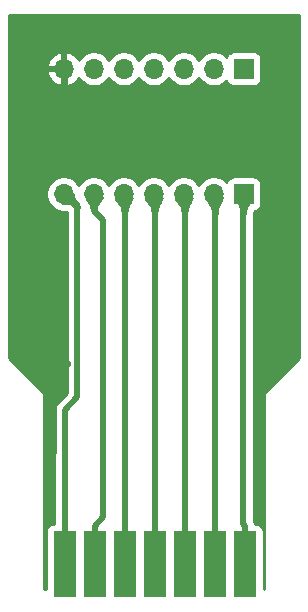
<source format=gbl>
%TF.GenerationSoftware,KiCad,Pcbnew,5.1.9+dfsg1-1+deb11u1*%
%TF.CreationDate,2025-07-24T09:20:50+02:00*%
%TF.ProjectId,ECI-Breakout,4543492d-4272-4656-916b-6f75742e6b69,1.1*%
%TF.SameCoordinates,Original*%
%TF.FileFunction,Copper,L2,Bot*%
%TF.FilePolarity,Positive*%
%FSLAX46Y46*%
G04 Gerber Fmt 4.6, Leading zero omitted, Abs format (unit mm)*
G04 Created by KiCad (PCBNEW 5.1.9+dfsg1-1+deb11u1) date 2025-07-24 09:20:50*
%MOMM*%
%LPD*%
G01*
G04 APERTURE LIST*
%TA.AperFunction,SMDPad,CuDef*%
%ADD10R,1.930400X5.588000*%
%TD*%
%TA.AperFunction,ComponentPad*%
%ADD11R,1.700000X1.700000*%
%TD*%
%TA.AperFunction,ComponentPad*%
%ADD12O,1.700000X1.700000*%
%TD*%
%TA.AperFunction,ViaPad*%
%ADD13C,0.600000*%
%TD*%
%TA.AperFunction,Conductor*%
%ADD14C,0.500000*%
%TD*%
%TA.AperFunction,Conductor*%
%ADD15C,0.254000*%
%TD*%
%TA.AperFunction,Conductor*%
%ADD16C,0.100000*%
%TD*%
%TA.AperFunction,Conductor*%
%ADD17C,0.025400*%
%TD*%
G04 APERTURE END LIST*
D10*
%TO.P,ECI1,1*%
%TO.N,/~EXSEL*%
X139672000Y-115190000D03*
%TO.P,ECI1,2*%
%TO.N,/~RST*%
X137132000Y-115190000D03*
%TO.P,ECI1,3*%
%TO.N,/~D1XX*%
X134592000Y-115190000D03*
%TO.P,ECI1,4*%
%TO.N,/~MPD*%
X132052000Y-115190000D03*
%TO.P,ECI1,5*%
%TO.N,/AUDIO*%
X129512000Y-115190000D03*
%TO.P,ECI1,6*%
%TO.N,/~REF*%
X126972000Y-115190000D03*
%TO.P,ECI1,7*%
%TO.N,VCC*%
X124432000Y-115190000D03*
%TD*%
D11*
%TO.P,P1,1*%
%TO.N,/RSRVD*%
X139600000Y-73230000D03*
D12*
%TO.P,P1,2*%
%TO.N,/~IRQ*%
X137060000Y-73230000D03*
%TO.P,P1,3*%
%TO.N,/~HALT*%
X134520000Y-73230000D03*
%TO.P,P1,4*%
%TO.N,/A13*%
X131980000Y-73230000D03*
%TO.P,P1,5*%
%TO.N,/A14*%
X129440000Y-73230000D03*
%TO.P,P1,6*%
%TO.N,/A15*%
X126900000Y-73230000D03*
%TO.P,P1,7*%
%TO.N,GND*%
X124360000Y-73230000D03*
%TD*%
%TO.P,P2,7*%
%TO.N,VCC*%
X124360000Y-83830000D03*
%TO.P,P2,6*%
%TO.N,/~REF*%
X126900000Y-83830000D03*
%TO.P,P2,5*%
%TO.N,/AUDIO*%
X129440000Y-83830000D03*
%TO.P,P2,4*%
%TO.N,/~MPD*%
X131980000Y-83830000D03*
%TO.P,P2,3*%
%TO.N,/~D1XX*%
X134520000Y-83830000D03*
%TO.P,P2,2*%
%TO.N,/~RST*%
X137060000Y-83830000D03*
D11*
%TO.P,P2,1*%
%TO.N,/~EXSEL*%
X139600000Y-83830000D03*
%TD*%
D13*
%TO.N,GND*%
X123363500Y-105899900D03*
X124739990Y-98205300D03*
%TD*%
D14*
%TO.N,GND*%
X123545200Y-105718200D02*
X123363500Y-105899900D01*
X123545200Y-98205300D02*
X123545200Y-105718200D01*
X122690000Y-97350100D02*
X123545200Y-98205300D01*
X124460000Y-75176000D02*
X122690000Y-76946000D01*
X122690000Y-76946000D02*
X122690000Y-97350100D01*
X124460000Y-73330000D02*
X124460000Y-75176000D01*
X124360000Y-73230000D02*
X124460000Y-73330000D01*
X123545200Y-98205300D02*
X124739990Y-98205300D01*
%TO.N,VCC*%
X124432000Y-102114300D02*
X124432000Y-115190000D01*
X125490000Y-101056300D02*
X124432000Y-102114300D01*
X125490000Y-84960000D02*
X125490000Y-101056300D01*
X124460000Y-83930000D02*
X125490000Y-84960000D01*
%TO.N,/~EXSEL*%
X139549200Y-111773200D02*
X139672000Y-111896000D01*
X139672000Y-111896000D02*
X139672000Y-115190000D01*
X139549200Y-83970800D02*
X139549200Y-111773200D01*
X139700000Y-83820000D02*
X139549200Y-83970800D01*
%TO.N,/~RST*%
X137070000Y-83820000D02*
X137160000Y-83820000D01*
X137060000Y-83830000D02*
X137070000Y-83820000D01*
X137160000Y-111868000D02*
X137160000Y-83930000D01*
X137132000Y-111896000D02*
X137160000Y-111868000D01*
X137160000Y-83930000D02*
X137060000Y-83830000D01*
X137132000Y-115190000D02*
X137132000Y-111896000D01*
%TO.N,/~D1XX*%
X134592000Y-111896000D02*
X134592000Y-115190000D01*
X134592000Y-83848000D02*
X134592000Y-111896000D01*
X134620000Y-83820000D02*
X134592000Y-83848000D01*
%TO.N,/~MPD*%
X132052000Y-111896000D02*
X132052000Y-115190000D01*
X132052000Y-83848000D02*
X132052000Y-111896000D01*
X132080000Y-83820000D02*
X132052000Y-83848000D01*
%TO.N,/AUDIO*%
X129530000Y-83830000D02*
X129540000Y-83820000D01*
X129440000Y-83830000D02*
X129530000Y-83830000D01*
X129512000Y-83902000D02*
X129440000Y-83830000D01*
X129512000Y-115190000D02*
X129512000Y-83902000D01*
%TO.N,/~REF*%
X127685200Y-111182800D02*
X126972000Y-111896000D01*
X127685200Y-86021200D02*
X127685200Y-111182800D01*
X127000000Y-85336000D02*
X127685200Y-86021200D01*
X126972000Y-115190000D02*
X126972000Y-111896000D01*
X127000000Y-83930000D02*
X126900000Y-83830000D01*
X127000000Y-85336000D02*
X127000000Y-83930000D01*
%TD*%
D15*
%TO.N,GND*%
X144290000Y-87034876D02*
X144290001Y-87034886D01*
X144290000Y-97705909D01*
X141522617Y-100473292D01*
X141495526Y-100495525D01*
X141473293Y-100522616D01*
X141406801Y-100603637D01*
X141340872Y-100726981D01*
X141300274Y-100860816D01*
X141286565Y-101000000D01*
X141290001Y-101034885D01*
X141290000Y-117290000D01*
X141275272Y-117290000D01*
X141275272Y-112396000D01*
X141263012Y-112271518D01*
X141226702Y-112151820D01*
X141167737Y-112041506D01*
X141088385Y-111944815D01*
X140991694Y-111865463D01*
X140881380Y-111806498D01*
X140761682Y-111770188D01*
X140637200Y-111757928D01*
X140547683Y-111757928D01*
X140544195Y-111722510D01*
X140493589Y-111555687D01*
X140434200Y-111444577D01*
X140434200Y-85542889D01*
X140439906Y-85392966D01*
X140449749Y-85318072D01*
X140450000Y-85318072D01*
X140574482Y-85305812D01*
X140694180Y-85269502D01*
X140804494Y-85210537D01*
X140901185Y-85131185D01*
X140980537Y-85034494D01*
X141039502Y-84924180D01*
X141075812Y-84804482D01*
X141088072Y-84680000D01*
X141088072Y-82980000D01*
X141075812Y-82855518D01*
X141039502Y-82735820D01*
X140980537Y-82625506D01*
X140901185Y-82528815D01*
X140804494Y-82449463D01*
X140694180Y-82390498D01*
X140574482Y-82354188D01*
X140450000Y-82341928D01*
X138750000Y-82341928D01*
X138625518Y-82354188D01*
X138505820Y-82390498D01*
X138395506Y-82449463D01*
X138298815Y-82528815D01*
X138219463Y-82625506D01*
X138160498Y-82735820D01*
X138138487Y-82808380D01*
X138006632Y-82676525D01*
X137763411Y-82514010D01*
X137493158Y-82402068D01*
X137206260Y-82345000D01*
X136913740Y-82345000D01*
X136626842Y-82402068D01*
X136356589Y-82514010D01*
X136113368Y-82676525D01*
X135906525Y-82883368D01*
X135790000Y-83057760D01*
X135673475Y-82883368D01*
X135466632Y-82676525D01*
X135223411Y-82514010D01*
X134953158Y-82402068D01*
X134666260Y-82345000D01*
X134373740Y-82345000D01*
X134086842Y-82402068D01*
X133816589Y-82514010D01*
X133573368Y-82676525D01*
X133366525Y-82883368D01*
X133250000Y-83057760D01*
X133133475Y-82883368D01*
X132926632Y-82676525D01*
X132683411Y-82514010D01*
X132413158Y-82402068D01*
X132126260Y-82345000D01*
X131833740Y-82345000D01*
X131546842Y-82402068D01*
X131276589Y-82514010D01*
X131033368Y-82676525D01*
X130826525Y-82883368D01*
X130710000Y-83057760D01*
X130593475Y-82883368D01*
X130386632Y-82676525D01*
X130143411Y-82514010D01*
X129873158Y-82402068D01*
X129586260Y-82345000D01*
X129293740Y-82345000D01*
X129006842Y-82402068D01*
X128736589Y-82514010D01*
X128493368Y-82676525D01*
X128286525Y-82883368D01*
X128170000Y-83057760D01*
X128053475Y-82883368D01*
X127846632Y-82676525D01*
X127603411Y-82514010D01*
X127333158Y-82402068D01*
X127046260Y-82345000D01*
X126753740Y-82345000D01*
X126466842Y-82402068D01*
X126196589Y-82514010D01*
X125953368Y-82676525D01*
X125746525Y-82883368D01*
X125630000Y-83057760D01*
X125513475Y-82883368D01*
X125306632Y-82676525D01*
X125063411Y-82514010D01*
X124793158Y-82402068D01*
X124506260Y-82345000D01*
X124213740Y-82345000D01*
X123926842Y-82402068D01*
X123656589Y-82514010D01*
X123413368Y-82676525D01*
X123206525Y-82883368D01*
X123044010Y-83126589D01*
X122932068Y-83396842D01*
X122875000Y-83683740D01*
X122875000Y-83976260D01*
X122932068Y-84263158D01*
X123044010Y-84533411D01*
X123206525Y-84776632D01*
X123413368Y-84983475D01*
X123656589Y-85145990D01*
X123926842Y-85257932D01*
X124213740Y-85315000D01*
X124308273Y-85315000D01*
X124335836Y-85317537D01*
X124391453Y-85320205D01*
X124549824Y-85320850D01*
X124569922Y-85320613D01*
X124598253Y-85319831D01*
X124605000Y-85326579D01*
X124605001Y-100689720D01*
X123836956Y-101457766D01*
X123803183Y-101485483D01*
X123692589Y-101620242D01*
X123610411Y-101773988D01*
X123559805Y-101940811D01*
X123547000Y-102070824D01*
X123547000Y-102070831D01*
X123542719Y-102114300D01*
X123547000Y-102157769D01*
X123547001Y-111757928D01*
X123466800Y-111757928D01*
X123342318Y-111770188D01*
X123222620Y-111806498D01*
X123112306Y-111865463D01*
X123015615Y-111944815D01*
X122936263Y-112041506D01*
X122877298Y-112151820D01*
X122840988Y-112271518D01*
X122828728Y-112396000D01*
X122828728Y-117290000D01*
X122710000Y-117290000D01*
X122710000Y-101034875D01*
X122713435Y-101000000D01*
X122710000Y-100965123D01*
X122699727Y-100860816D01*
X122659128Y-100726980D01*
X122593200Y-100603637D01*
X122504475Y-100495525D01*
X122477379Y-100473288D01*
X119710000Y-97705909D01*
X119710000Y-73586891D01*
X122918519Y-73586891D01*
X123015843Y-73861252D01*
X123164822Y-74111355D01*
X123359731Y-74327588D01*
X123593080Y-74501641D01*
X123855901Y-74626825D01*
X124003110Y-74671476D01*
X124233000Y-74550155D01*
X124233000Y-73357000D01*
X123039186Y-73357000D01*
X122918519Y-73586891D01*
X119710000Y-73586891D01*
X119710000Y-72873109D01*
X122918519Y-72873109D01*
X123039186Y-73103000D01*
X124233000Y-73103000D01*
X124233000Y-71909845D01*
X124487000Y-71909845D01*
X124487000Y-73103000D01*
X124507000Y-73103000D01*
X124507000Y-73357000D01*
X124487000Y-73357000D01*
X124487000Y-74550155D01*
X124716890Y-74671476D01*
X124864099Y-74626825D01*
X125126920Y-74501641D01*
X125360269Y-74327588D01*
X125555178Y-74111355D01*
X125624805Y-73994466D01*
X125746525Y-74176632D01*
X125953368Y-74383475D01*
X126196589Y-74545990D01*
X126466842Y-74657932D01*
X126753740Y-74715000D01*
X127046260Y-74715000D01*
X127333158Y-74657932D01*
X127603411Y-74545990D01*
X127846632Y-74383475D01*
X128053475Y-74176632D01*
X128170000Y-74002240D01*
X128286525Y-74176632D01*
X128493368Y-74383475D01*
X128736589Y-74545990D01*
X129006842Y-74657932D01*
X129293740Y-74715000D01*
X129586260Y-74715000D01*
X129873158Y-74657932D01*
X130143411Y-74545990D01*
X130386632Y-74383475D01*
X130593475Y-74176632D01*
X130710000Y-74002240D01*
X130826525Y-74176632D01*
X131033368Y-74383475D01*
X131276589Y-74545990D01*
X131546842Y-74657932D01*
X131833740Y-74715000D01*
X132126260Y-74715000D01*
X132413158Y-74657932D01*
X132683411Y-74545990D01*
X132926632Y-74383475D01*
X133133475Y-74176632D01*
X133250000Y-74002240D01*
X133366525Y-74176632D01*
X133573368Y-74383475D01*
X133816589Y-74545990D01*
X134086842Y-74657932D01*
X134373740Y-74715000D01*
X134666260Y-74715000D01*
X134953158Y-74657932D01*
X135223411Y-74545990D01*
X135466632Y-74383475D01*
X135673475Y-74176632D01*
X135790000Y-74002240D01*
X135906525Y-74176632D01*
X136113368Y-74383475D01*
X136356589Y-74545990D01*
X136626842Y-74657932D01*
X136913740Y-74715000D01*
X137206260Y-74715000D01*
X137493158Y-74657932D01*
X137763411Y-74545990D01*
X138006632Y-74383475D01*
X138138487Y-74251620D01*
X138160498Y-74324180D01*
X138219463Y-74434494D01*
X138298815Y-74531185D01*
X138395506Y-74610537D01*
X138505820Y-74669502D01*
X138625518Y-74705812D01*
X138750000Y-74718072D01*
X140450000Y-74718072D01*
X140574482Y-74705812D01*
X140694180Y-74669502D01*
X140804494Y-74610537D01*
X140901185Y-74531185D01*
X140980537Y-74434494D01*
X141039502Y-74324180D01*
X141075812Y-74204482D01*
X141088072Y-74080000D01*
X141088072Y-72380000D01*
X141075812Y-72255518D01*
X141039502Y-72135820D01*
X140980537Y-72025506D01*
X140901185Y-71928815D01*
X140804494Y-71849463D01*
X140694180Y-71790498D01*
X140574482Y-71754188D01*
X140450000Y-71741928D01*
X138750000Y-71741928D01*
X138625518Y-71754188D01*
X138505820Y-71790498D01*
X138395506Y-71849463D01*
X138298815Y-71928815D01*
X138219463Y-72025506D01*
X138160498Y-72135820D01*
X138138487Y-72208380D01*
X138006632Y-72076525D01*
X137763411Y-71914010D01*
X137493158Y-71802068D01*
X137206260Y-71745000D01*
X136913740Y-71745000D01*
X136626842Y-71802068D01*
X136356589Y-71914010D01*
X136113368Y-72076525D01*
X135906525Y-72283368D01*
X135790000Y-72457760D01*
X135673475Y-72283368D01*
X135466632Y-72076525D01*
X135223411Y-71914010D01*
X134953158Y-71802068D01*
X134666260Y-71745000D01*
X134373740Y-71745000D01*
X134086842Y-71802068D01*
X133816589Y-71914010D01*
X133573368Y-72076525D01*
X133366525Y-72283368D01*
X133250000Y-72457760D01*
X133133475Y-72283368D01*
X132926632Y-72076525D01*
X132683411Y-71914010D01*
X132413158Y-71802068D01*
X132126260Y-71745000D01*
X131833740Y-71745000D01*
X131546842Y-71802068D01*
X131276589Y-71914010D01*
X131033368Y-72076525D01*
X130826525Y-72283368D01*
X130710000Y-72457760D01*
X130593475Y-72283368D01*
X130386632Y-72076525D01*
X130143411Y-71914010D01*
X129873158Y-71802068D01*
X129586260Y-71745000D01*
X129293740Y-71745000D01*
X129006842Y-71802068D01*
X128736589Y-71914010D01*
X128493368Y-72076525D01*
X128286525Y-72283368D01*
X128170000Y-72457760D01*
X128053475Y-72283368D01*
X127846632Y-72076525D01*
X127603411Y-71914010D01*
X127333158Y-71802068D01*
X127046260Y-71745000D01*
X126753740Y-71745000D01*
X126466842Y-71802068D01*
X126196589Y-71914010D01*
X125953368Y-72076525D01*
X125746525Y-72283368D01*
X125624805Y-72465534D01*
X125555178Y-72348645D01*
X125360269Y-72132412D01*
X125126920Y-71958359D01*
X124864099Y-71833175D01*
X124716890Y-71788524D01*
X124487000Y-71909845D01*
X124233000Y-71909845D01*
X124003110Y-71788524D01*
X123855901Y-71833175D01*
X123593080Y-71958359D01*
X123359731Y-72132412D01*
X123164822Y-72348645D01*
X123015843Y-72598748D01*
X122918519Y-72873109D01*
X119710000Y-72873109D01*
X119710000Y-68710000D01*
X144290001Y-68710000D01*
X144290000Y-87034876D01*
%TA.AperFunction,Conductor*%
D16*
G36*
X144290000Y-87034876D02*
G01*
X144290001Y-87034886D01*
X144290000Y-97705909D01*
X141522617Y-100473292D01*
X141495526Y-100495525D01*
X141473293Y-100522616D01*
X141406801Y-100603637D01*
X141340872Y-100726981D01*
X141300274Y-100860816D01*
X141286565Y-101000000D01*
X141290001Y-101034885D01*
X141290000Y-117290000D01*
X141275272Y-117290000D01*
X141275272Y-112396000D01*
X141263012Y-112271518D01*
X141226702Y-112151820D01*
X141167737Y-112041506D01*
X141088385Y-111944815D01*
X140991694Y-111865463D01*
X140881380Y-111806498D01*
X140761682Y-111770188D01*
X140637200Y-111757928D01*
X140547683Y-111757928D01*
X140544195Y-111722510D01*
X140493589Y-111555687D01*
X140434200Y-111444577D01*
X140434200Y-85542889D01*
X140439906Y-85392966D01*
X140449749Y-85318072D01*
X140450000Y-85318072D01*
X140574482Y-85305812D01*
X140694180Y-85269502D01*
X140804494Y-85210537D01*
X140901185Y-85131185D01*
X140980537Y-85034494D01*
X141039502Y-84924180D01*
X141075812Y-84804482D01*
X141088072Y-84680000D01*
X141088072Y-82980000D01*
X141075812Y-82855518D01*
X141039502Y-82735820D01*
X140980537Y-82625506D01*
X140901185Y-82528815D01*
X140804494Y-82449463D01*
X140694180Y-82390498D01*
X140574482Y-82354188D01*
X140450000Y-82341928D01*
X138750000Y-82341928D01*
X138625518Y-82354188D01*
X138505820Y-82390498D01*
X138395506Y-82449463D01*
X138298815Y-82528815D01*
X138219463Y-82625506D01*
X138160498Y-82735820D01*
X138138487Y-82808380D01*
X138006632Y-82676525D01*
X137763411Y-82514010D01*
X137493158Y-82402068D01*
X137206260Y-82345000D01*
X136913740Y-82345000D01*
X136626842Y-82402068D01*
X136356589Y-82514010D01*
X136113368Y-82676525D01*
X135906525Y-82883368D01*
X135790000Y-83057760D01*
X135673475Y-82883368D01*
X135466632Y-82676525D01*
X135223411Y-82514010D01*
X134953158Y-82402068D01*
X134666260Y-82345000D01*
X134373740Y-82345000D01*
X134086842Y-82402068D01*
X133816589Y-82514010D01*
X133573368Y-82676525D01*
X133366525Y-82883368D01*
X133250000Y-83057760D01*
X133133475Y-82883368D01*
X132926632Y-82676525D01*
X132683411Y-82514010D01*
X132413158Y-82402068D01*
X132126260Y-82345000D01*
X131833740Y-82345000D01*
X131546842Y-82402068D01*
X131276589Y-82514010D01*
X131033368Y-82676525D01*
X130826525Y-82883368D01*
X130710000Y-83057760D01*
X130593475Y-82883368D01*
X130386632Y-82676525D01*
X130143411Y-82514010D01*
X129873158Y-82402068D01*
X129586260Y-82345000D01*
X129293740Y-82345000D01*
X129006842Y-82402068D01*
X128736589Y-82514010D01*
X128493368Y-82676525D01*
X128286525Y-82883368D01*
X128170000Y-83057760D01*
X128053475Y-82883368D01*
X127846632Y-82676525D01*
X127603411Y-82514010D01*
X127333158Y-82402068D01*
X127046260Y-82345000D01*
X126753740Y-82345000D01*
X126466842Y-82402068D01*
X126196589Y-82514010D01*
X125953368Y-82676525D01*
X125746525Y-82883368D01*
X125630000Y-83057760D01*
X125513475Y-82883368D01*
X125306632Y-82676525D01*
X125063411Y-82514010D01*
X124793158Y-82402068D01*
X124506260Y-82345000D01*
X124213740Y-82345000D01*
X123926842Y-82402068D01*
X123656589Y-82514010D01*
X123413368Y-82676525D01*
X123206525Y-82883368D01*
X123044010Y-83126589D01*
X122932068Y-83396842D01*
X122875000Y-83683740D01*
X122875000Y-83976260D01*
X122932068Y-84263158D01*
X123044010Y-84533411D01*
X123206525Y-84776632D01*
X123413368Y-84983475D01*
X123656589Y-85145990D01*
X123926842Y-85257932D01*
X124213740Y-85315000D01*
X124308273Y-85315000D01*
X124335836Y-85317537D01*
X124391453Y-85320205D01*
X124549824Y-85320850D01*
X124569922Y-85320613D01*
X124598253Y-85319831D01*
X124605000Y-85326579D01*
X124605001Y-100689720D01*
X123836956Y-101457766D01*
X123803183Y-101485483D01*
X123692589Y-101620242D01*
X123610411Y-101773988D01*
X123559805Y-101940811D01*
X123547000Y-102070824D01*
X123547000Y-102070831D01*
X123542719Y-102114300D01*
X123547000Y-102157769D01*
X123547001Y-111757928D01*
X123466800Y-111757928D01*
X123342318Y-111770188D01*
X123222620Y-111806498D01*
X123112306Y-111865463D01*
X123015615Y-111944815D01*
X122936263Y-112041506D01*
X122877298Y-112151820D01*
X122840988Y-112271518D01*
X122828728Y-112396000D01*
X122828728Y-117290000D01*
X122710000Y-117290000D01*
X122710000Y-101034875D01*
X122713435Y-101000000D01*
X122710000Y-100965123D01*
X122699727Y-100860816D01*
X122659128Y-100726980D01*
X122593200Y-100603637D01*
X122504475Y-100495525D01*
X122477379Y-100473288D01*
X119710000Y-97705909D01*
X119710000Y-73586891D01*
X122918519Y-73586891D01*
X123015843Y-73861252D01*
X123164822Y-74111355D01*
X123359731Y-74327588D01*
X123593080Y-74501641D01*
X123855901Y-74626825D01*
X124003110Y-74671476D01*
X124233000Y-74550155D01*
X124233000Y-73357000D01*
X123039186Y-73357000D01*
X122918519Y-73586891D01*
X119710000Y-73586891D01*
X119710000Y-72873109D01*
X122918519Y-72873109D01*
X123039186Y-73103000D01*
X124233000Y-73103000D01*
X124233000Y-71909845D01*
X124487000Y-71909845D01*
X124487000Y-73103000D01*
X124507000Y-73103000D01*
X124507000Y-73357000D01*
X124487000Y-73357000D01*
X124487000Y-74550155D01*
X124716890Y-74671476D01*
X124864099Y-74626825D01*
X125126920Y-74501641D01*
X125360269Y-74327588D01*
X125555178Y-74111355D01*
X125624805Y-73994466D01*
X125746525Y-74176632D01*
X125953368Y-74383475D01*
X126196589Y-74545990D01*
X126466842Y-74657932D01*
X126753740Y-74715000D01*
X127046260Y-74715000D01*
X127333158Y-74657932D01*
X127603411Y-74545990D01*
X127846632Y-74383475D01*
X128053475Y-74176632D01*
X128170000Y-74002240D01*
X128286525Y-74176632D01*
X128493368Y-74383475D01*
X128736589Y-74545990D01*
X129006842Y-74657932D01*
X129293740Y-74715000D01*
X129586260Y-74715000D01*
X129873158Y-74657932D01*
X130143411Y-74545990D01*
X130386632Y-74383475D01*
X130593475Y-74176632D01*
X130710000Y-74002240D01*
X130826525Y-74176632D01*
X131033368Y-74383475D01*
X131276589Y-74545990D01*
X131546842Y-74657932D01*
X131833740Y-74715000D01*
X132126260Y-74715000D01*
X132413158Y-74657932D01*
X132683411Y-74545990D01*
X132926632Y-74383475D01*
X133133475Y-74176632D01*
X133250000Y-74002240D01*
X133366525Y-74176632D01*
X133573368Y-74383475D01*
X133816589Y-74545990D01*
X134086842Y-74657932D01*
X134373740Y-74715000D01*
X134666260Y-74715000D01*
X134953158Y-74657932D01*
X135223411Y-74545990D01*
X135466632Y-74383475D01*
X135673475Y-74176632D01*
X135790000Y-74002240D01*
X135906525Y-74176632D01*
X136113368Y-74383475D01*
X136356589Y-74545990D01*
X136626842Y-74657932D01*
X136913740Y-74715000D01*
X137206260Y-74715000D01*
X137493158Y-74657932D01*
X137763411Y-74545990D01*
X138006632Y-74383475D01*
X138138487Y-74251620D01*
X138160498Y-74324180D01*
X138219463Y-74434494D01*
X138298815Y-74531185D01*
X138395506Y-74610537D01*
X138505820Y-74669502D01*
X138625518Y-74705812D01*
X138750000Y-74718072D01*
X140450000Y-74718072D01*
X140574482Y-74705812D01*
X140694180Y-74669502D01*
X140804494Y-74610537D01*
X140901185Y-74531185D01*
X140980537Y-74434494D01*
X141039502Y-74324180D01*
X141075812Y-74204482D01*
X141088072Y-74080000D01*
X141088072Y-72380000D01*
X141075812Y-72255518D01*
X141039502Y-72135820D01*
X140980537Y-72025506D01*
X140901185Y-71928815D01*
X140804494Y-71849463D01*
X140694180Y-71790498D01*
X140574482Y-71754188D01*
X140450000Y-71741928D01*
X138750000Y-71741928D01*
X138625518Y-71754188D01*
X138505820Y-71790498D01*
X138395506Y-71849463D01*
X138298815Y-71928815D01*
X138219463Y-72025506D01*
X138160498Y-72135820D01*
X138138487Y-72208380D01*
X138006632Y-72076525D01*
X137763411Y-71914010D01*
X137493158Y-71802068D01*
X137206260Y-71745000D01*
X136913740Y-71745000D01*
X136626842Y-71802068D01*
X136356589Y-71914010D01*
X136113368Y-72076525D01*
X135906525Y-72283368D01*
X135790000Y-72457760D01*
X135673475Y-72283368D01*
X135466632Y-72076525D01*
X135223411Y-71914010D01*
X134953158Y-71802068D01*
X134666260Y-71745000D01*
X134373740Y-71745000D01*
X134086842Y-71802068D01*
X133816589Y-71914010D01*
X133573368Y-72076525D01*
X133366525Y-72283368D01*
X133250000Y-72457760D01*
X133133475Y-72283368D01*
X132926632Y-72076525D01*
X132683411Y-71914010D01*
X132413158Y-71802068D01*
X132126260Y-71745000D01*
X131833740Y-71745000D01*
X131546842Y-71802068D01*
X131276589Y-71914010D01*
X131033368Y-72076525D01*
X130826525Y-72283368D01*
X130710000Y-72457760D01*
X130593475Y-72283368D01*
X130386632Y-72076525D01*
X130143411Y-71914010D01*
X129873158Y-71802068D01*
X129586260Y-71745000D01*
X129293740Y-71745000D01*
X129006842Y-71802068D01*
X128736589Y-71914010D01*
X128493368Y-72076525D01*
X128286525Y-72283368D01*
X128170000Y-72457760D01*
X128053475Y-72283368D01*
X127846632Y-72076525D01*
X127603411Y-71914010D01*
X127333158Y-71802068D01*
X127046260Y-71745000D01*
X126753740Y-71745000D01*
X126466842Y-71802068D01*
X126196589Y-71914010D01*
X125953368Y-72076525D01*
X125746525Y-72283368D01*
X125624805Y-72465534D01*
X125555178Y-72348645D01*
X125360269Y-72132412D01*
X125126920Y-71958359D01*
X124864099Y-71833175D01*
X124716890Y-71788524D01*
X124487000Y-71909845D01*
X124233000Y-71909845D01*
X124003110Y-71788524D01*
X123855901Y-71833175D01*
X123593080Y-71958359D01*
X123359731Y-72132412D01*
X123164822Y-72348645D01*
X123015843Y-72598748D01*
X122918519Y-72873109D01*
X119710000Y-72873109D01*
X119710000Y-68710000D01*
X144290001Y-68710000D01*
X144290000Y-87034876D01*
G37*
%TD.AperFunction*%
%TD*%
D17*
%TO.N,/~EXSEL*%
X140325974Y-84246744D02*
X140244531Y-84382726D01*
X140162331Y-84505513D01*
X140085007Y-84614235D01*
X140084971Y-84614286D01*
X140013844Y-84715336D01*
X140013519Y-84715820D01*
X139949930Y-84815593D01*
X139949381Y-84816543D01*
X139894572Y-84921572D01*
X139893973Y-84922901D01*
X139849183Y-85039719D01*
X139848715Y-85041208D01*
X139815186Y-85176351D01*
X139814920Y-85177754D01*
X139793892Y-85337754D01*
X139793793Y-85338926D01*
X139786974Y-85518100D01*
X139311456Y-85518100D01*
X139304765Y-85330112D01*
X139304680Y-85329032D01*
X139284312Y-85161472D01*
X139284092Y-85160203D01*
X139252002Y-85018281D01*
X139251628Y-85016962D01*
X139209333Y-84893639D01*
X139208875Y-84892488D01*
X139157894Y-84780725D01*
X139157503Y-84779942D01*
X139099354Y-84672702D01*
X139099170Y-84672374D01*
X139035428Y-84562716D01*
X138967613Y-84443609D01*
X138897355Y-84308256D01*
X138829607Y-84157386D01*
X139624239Y-83424045D01*
X140325974Y-84246744D01*
%TA.AperFunction,Conductor*%
D16*
G36*
X140325974Y-84246744D02*
G01*
X140244531Y-84382726D01*
X140162331Y-84505513D01*
X140085007Y-84614235D01*
X140084971Y-84614286D01*
X140013844Y-84715336D01*
X140013519Y-84715820D01*
X139949930Y-84815593D01*
X139949381Y-84816543D01*
X139894572Y-84921572D01*
X139893973Y-84922901D01*
X139849183Y-85039719D01*
X139848715Y-85041208D01*
X139815186Y-85176351D01*
X139814920Y-85177754D01*
X139793892Y-85337754D01*
X139793793Y-85338926D01*
X139786974Y-85518100D01*
X139311456Y-85518100D01*
X139304765Y-85330112D01*
X139304680Y-85329032D01*
X139284312Y-85161472D01*
X139284092Y-85160203D01*
X139252002Y-85018281D01*
X139251628Y-85016962D01*
X139209333Y-84893639D01*
X139208875Y-84892488D01*
X139157894Y-84780725D01*
X139157503Y-84779942D01*
X139099354Y-84672702D01*
X139099170Y-84672374D01*
X139035428Y-84562716D01*
X138967613Y-84443609D01*
X138897355Y-84308256D01*
X138829607Y-84157386D01*
X139624239Y-83424045D01*
X140325974Y-84246744D01*
G37*
%TD.AperFunction*%
%TD*%
D17*
%TO.N,/~RST*%
X137847923Y-84112593D02*
X137787646Y-84270342D01*
X137723888Y-84411610D01*
X137661353Y-84535583D01*
X137601673Y-84649515D01*
X137601547Y-84649762D01*
X137546457Y-84760756D01*
X137546138Y-84761450D01*
X137497343Y-84876676D01*
X137496950Y-84877732D01*
X137456110Y-85004446D01*
X137455781Y-85005676D01*
X137424555Y-85151137D01*
X137424357Y-85152335D01*
X137404404Y-85323802D01*
X137404326Y-85324835D01*
X137397727Y-85517300D01*
X136922212Y-85517300D01*
X136915343Y-85342117D01*
X136915237Y-85340904D01*
X136893945Y-85184271D01*
X136893658Y-85182808D01*
X136859542Y-85050654D01*
X136859028Y-85049090D01*
X136813209Y-84935144D01*
X136812540Y-84933737D01*
X136756138Y-84831727D01*
X136755508Y-84830705D01*
X136689646Y-84734360D01*
X136689247Y-84733808D01*
X136615046Y-84636854D01*
X136614955Y-84636736D01*
X136533615Y-84533006D01*
X136446362Y-84416376D01*
X136359155Y-84287766D01*
X137012484Y-83426108D01*
X137847923Y-84112593D01*
%TA.AperFunction,Conductor*%
D16*
G36*
X137847923Y-84112593D02*
G01*
X137787646Y-84270342D01*
X137723888Y-84411610D01*
X137661353Y-84535583D01*
X137601673Y-84649515D01*
X137601547Y-84649762D01*
X137546457Y-84760756D01*
X137546138Y-84761450D01*
X137497343Y-84876676D01*
X137496950Y-84877732D01*
X137456110Y-85004446D01*
X137455781Y-85005676D01*
X137424555Y-85151137D01*
X137424357Y-85152335D01*
X137404404Y-85323802D01*
X137404326Y-85324835D01*
X137397727Y-85517300D01*
X136922212Y-85517300D01*
X136915343Y-85342117D01*
X136915237Y-85340904D01*
X136893945Y-85184271D01*
X136893658Y-85182808D01*
X136859542Y-85050654D01*
X136859028Y-85049090D01*
X136813209Y-84935144D01*
X136812540Y-84933737D01*
X136756138Y-84831727D01*
X136755508Y-84830705D01*
X136689646Y-84734360D01*
X136689247Y-84733808D01*
X136615046Y-84636854D01*
X136614955Y-84636736D01*
X136533615Y-84533006D01*
X136446362Y-84416376D01*
X136359155Y-84287766D01*
X137012484Y-83426108D01*
X137847923Y-84112593D01*
G37*
%TD.AperFunction*%
%TD*%
D17*
%TO.N,/~D1XX*%
X135298353Y-84137974D02*
X135233877Y-84291601D01*
X135166420Y-84429318D01*
X135100910Y-84550217D01*
X135038807Y-84661610D01*
X135038650Y-84661901D01*
X134981744Y-84770548D01*
X134981384Y-84771293D01*
X134931262Y-84884323D01*
X134930831Y-84885434D01*
X134889082Y-85009976D01*
X134888725Y-85011261D01*
X134856938Y-85154444D01*
X134856726Y-85155686D01*
X134836488Y-85324638D01*
X134836406Y-85325702D01*
X134829739Y-85515300D01*
X134354219Y-85515300D01*
X134347370Y-85338224D01*
X134347267Y-85337031D01*
X134326102Y-85178821D01*
X134325825Y-85177388D01*
X134292010Y-85043839D01*
X134291520Y-85042314D01*
X134246248Y-84927014D01*
X134245617Y-84925650D01*
X134190083Y-84822183D01*
X134189498Y-84821201D01*
X134124897Y-84723156D01*
X134124541Y-84722644D01*
X134052065Y-84623605D01*
X134052007Y-84623527D01*
X133972958Y-84517225D01*
X133888582Y-84397338D01*
X133804696Y-84264811D01*
X134485595Y-83424781D01*
X135298353Y-84137974D01*
%TA.AperFunction,Conductor*%
D16*
G36*
X135298353Y-84137974D02*
G01*
X135233877Y-84291601D01*
X135166420Y-84429318D01*
X135100910Y-84550217D01*
X135038807Y-84661610D01*
X135038650Y-84661901D01*
X134981744Y-84770548D01*
X134981384Y-84771293D01*
X134931262Y-84884323D01*
X134930831Y-84885434D01*
X134889082Y-85009976D01*
X134888725Y-85011261D01*
X134856938Y-85154444D01*
X134856726Y-85155686D01*
X134836488Y-85324638D01*
X134836406Y-85325702D01*
X134829739Y-85515300D01*
X134354219Y-85515300D01*
X134347370Y-85338224D01*
X134347267Y-85337031D01*
X134326102Y-85178821D01*
X134325825Y-85177388D01*
X134292010Y-85043839D01*
X134291520Y-85042314D01*
X134246248Y-84927014D01*
X134245617Y-84925650D01*
X134190083Y-84822183D01*
X134189498Y-84821201D01*
X134124897Y-84723156D01*
X134124541Y-84722644D01*
X134052065Y-84623605D01*
X134052007Y-84623527D01*
X133972958Y-84517225D01*
X133888582Y-84397338D01*
X133804696Y-84264811D01*
X134485595Y-83424781D01*
X135298353Y-84137974D01*
G37*
%TD.AperFunction*%
%TD*%
D17*
%TO.N,/~MPD*%
X132758353Y-84137974D02*
X132693877Y-84291601D01*
X132626420Y-84429318D01*
X132560910Y-84550217D01*
X132498807Y-84661610D01*
X132498650Y-84661901D01*
X132441744Y-84770548D01*
X132441384Y-84771293D01*
X132391262Y-84884323D01*
X132390831Y-84885434D01*
X132349082Y-85009976D01*
X132348725Y-85011261D01*
X132316938Y-85154444D01*
X132316726Y-85155686D01*
X132296488Y-85324638D01*
X132296406Y-85325702D01*
X132289739Y-85515300D01*
X131814219Y-85515300D01*
X131807370Y-85338224D01*
X131807267Y-85337031D01*
X131786102Y-85178821D01*
X131785825Y-85177388D01*
X131752010Y-85043839D01*
X131751520Y-85042314D01*
X131706248Y-84927014D01*
X131705617Y-84925650D01*
X131650083Y-84822183D01*
X131649498Y-84821201D01*
X131584897Y-84723156D01*
X131584541Y-84722644D01*
X131512065Y-84623605D01*
X131512007Y-84623527D01*
X131432958Y-84517225D01*
X131348582Y-84397338D01*
X131264696Y-84264811D01*
X131945595Y-83424781D01*
X132758353Y-84137974D01*
%TA.AperFunction,Conductor*%
D16*
G36*
X132758353Y-84137974D02*
G01*
X132693877Y-84291601D01*
X132626420Y-84429318D01*
X132560910Y-84550217D01*
X132498807Y-84661610D01*
X132498650Y-84661901D01*
X132441744Y-84770548D01*
X132441384Y-84771293D01*
X132391262Y-84884323D01*
X132390831Y-84885434D01*
X132349082Y-85009976D01*
X132348725Y-85011261D01*
X132316938Y-85154444D01*
X132316726Y-85155686D01*
X132296488Y-85324638D01*
X132296406Y-85325702D01*
X132289739Y-85515300D01*
X131814219Y-85515300D01*
X131807370Y-85338224D01*
X131807267Y-85337031D01*
X131786102Y-85178821D01*
X131785825Y-85177388D01*
X131752010Y-85043839D01*
X131751520Y-85042314D01*
X131706248Y-84927014D01*
X131705617Y-84925650D01*
X131650083Y-84822183D01*
X131649498Y-84821201D01*
X131584897Y-84723156D01*
X131584541Y-84722644D01*
X131512065Y-84623605D01*
X131512007Y-84623527D01*
X131432958Y-84517225D01*
X131348582Y-84397338D01*
X131264696Y-84264811D01*
X131945595Y-83424781D01*
X132758353Y-84137974D01*
G37*
%TD.AperFunction*%
%TD*%
D17*
%TO.N,/AUDIO*%
X130218234Y-84138283D02*
X130153573Y-84292287D01*
X130086014Y-84430354D01*
X130020424Y-84551669D01*
X129958391Y-84663298D01*
X129958232Y-84663593D01*
X129901387Y-84772562D01*
X129901028Y-84773308D01*
X129850990Y-84886672D01*
X129850561Y-84887782D01*
X129808904Y-85012682D01*
X129808551Y-85013962D01*
X129776849Y-85157535D01*
X129776639Y-85158771D01*
X129756463Y-85328158D01*
X129756382Y-85329216D01*
X129749736Y-85519300D01*
X129274221Y-85519300D01*
X129267384Y-85341664D01*
X129267282Y-85340476D01*
X129246150Y-85181768D01*
X129245876Y-85180340D01*
X129212104Y-85046345D01*
X129211617Y-85044825D01*
X129166389Y-84929117D01*
X129165762Y-84927755D01*
X129110262Y-84823907D01*
X129109679Y-84822925D01*
X129045090Y-84724509D01*
X129044733Y-84723994D01*
X128972240Y-84624584D01*
X128972181Y-84624503D01*
X128893061Y-84517798D01*
X128808587Y-84397513D01*
X128724524Y-84264529D01*
X129405756Y-83424767D01*
X130218234Y-84138283D01*
%TA.AperFunction,Conductor*%
D16*
G36*
X130218234Y-84138283D02*
G01*
X130153573Y-84292287D01*
X130086014Y-84430354D01*
X130020424Y-84551669D01*
X129958391Y-84663298D01*
X129958232Y-84663593D01*
X129901387Y-84772562D01*
X129901028Y-84773308D01*
X129850990Y-84886672D01*
X129850561Y-84887782D01*
X129808904Y-85012682D01*
X129808551Y-85013962D01*
X129776849Y-85157535D01*
X129776639Y-85158771D01*
X129756463Y-85328158D01*
X129756382Y-85329216D01*
X129749736Y-85519300D01*
X129274221Y-85519300D01*
X129267384Y-85341664D01*
X129267282Y-85340476D01*
X129246150Y-85181768D01*
X129245876Y-85180340D01*
X129212104Y-85046345D01*
X129211617Y-85044825D01*
X129166389Y-84929117D01*
X129165762Y-84927755D01*
X129110262Y-84823907D01*
X129109679Y-84822925D01*
X129045090Y-84724509D01*
X129044733Y-84723994D01*
X128972240Y-84624584D01*
X128972181Y-84624503D01*
X128893061Y-84517798D01*
X128808587Y-84397513D01*
X128724524Y-84264529D01*
X129405756Y-83424767D01*
X130218234Y-84138283D01*
G37*
%TD.AperFunction*%
%TD*%
D17*
%TO.N,/~REF*%
X127687459Y-84112211D02*
X127626325Y-84246958D01*
X127542298Y-84376920D01*
X127448089Y-84497122D01*
X127353140Y-84610194D01*
X127352915Y-84610470D01*
X127266904Y-84718933D01*
X127266127Y-84720027D01*
X127198647Y-84826544D01*
X127197455Y-84828958D01*
X127157966Y-84936351D01*
X127157340Y-84938761D01*
X127157188Y-84940501D01*
X127155149Y-85051594D01*
X127155348Y-85054076D01*
X127155981Y-85056354D01*
X127200851Y-85173969D01*
X127201962Y-85176197D01*
X127202787Y-85177360D01*
X127296950Y-85295448D01*
X126960941Y-85631457D01*
X126844133Y-85500214D01*
X126754707Y-85368860D01*
X126692518Y-85244931D01*
X126649045Y-85126344D01*
X126615838Y-85010937D01*
X126584631Y-84897331D01*
X126584439Y-84896697D01*
X126546812Y-84783254D01*
X126546311Y-84781977D01*
X126493840Y-84667069D01*
X126492977Y-84665487D01*
X126417198Y-84547341D01*
X126416074Y-84545844D01*
X126314316Y-84429316D01*
X126854202Y-83427520D01*
X127687459Y-84112211D01*
%TA.AperFunction,Conductor*%
D16*
G36*
X127687459Y-84112211D02*
G01*
X127626325Y-84246958D01*
X127542298Y-84376920D01*
X127448089Y-84497122D01*
X127353140Y-84610194D01*
X127352915Y-84610470D01*
X127266904Y-84718933D01*
X127266127Y-84720027D01*
X127198647Y-84826544D01*
X127197455Y-84828958D01*
X127157966Y-84936351D01*
X127157340Y-84938761D01*
X127157188Y-84940501D01*
X127155149Y-85051594D01*
X127155348Y-85054076D01*
X127155981Y-85056354D01*
X127200851Y-85173969D01*
X127201962Y-85176197D01*
X127202787Y-85177360D01*
X127296950Y-85295448D01*
X126960941Y-85631457D01*
X126844133Y-85500214D01*
X126754707Y-85368860D01*
X126692518Y-85244931D01*
X126649045Y-85126344D01*
X126615838Y-85010937D01*
X126584631Y-84897331D01*
X126584439Y-84896697D01*
X126546812Y-84783254D01*
X126546311Y-84781977D01*
X126493840Y-84667069D01*
X126492977Y-84665487D01*
X126417198Y-84547341D01*
X126416074Y-84545844D01*
X126314316Y-84429316D01*
X126854202Y-83427520D01*
X127687459Y-84112211D01*
G37*
%TD.AperFunction*%
%TD*%
D17*
%TO.N,VCC*%
X125198196Y-83840043D02*
X125212197Y-83987608D01*
X125212720Y-83990203D01*
X125253000Y-84118858D01*
X125253977Y-84121156D01*
X125313337Y-84229709D01*
X125314320Y-84231236D01*
X125386400Y-84327338D01*
X125386927Y-84327994D01*
X125465283Y-84419201D01*
X125543317Y-84512869D01*
X125614507Y-84616238D01*
X125672931Y-84737115D01*
X125712597Y-84883473D01*
X125726223Y-85050660D01*
X125251266Y-85050660D01*
X125233690Y-84904284D01*
X125233153Y-84901853D01*
X125232458Y-84900155D01*
X125178960Y-84792297D01*
X125177641Y-84790186D01*
X125175567Y-84788063D01*
X125092376Y-84720813D01*
X125090296Y-84719446D01*
X125088382Y-84718633D01*
X124980383Y-84682896D01*
X124977709Y-84682321D01*
X124849789Y-84668999D01*
X124848473Y-84668931D01*
X124705516Y-84668931D01*
X124705166Y-84668936D01*
X124552270Y-84673154D01*
X124394652Y-84672512D01*
X124237385Y-84658037D01*
X124093558Y-84622906D01*
X124072506Y-83546009D01*
X125198196Y-83840043D01*
%TA.AperFunction,Conductor*%
D16*
G36*
X125198196Y-83840043D02*
G01*
X125212197Y-83987608D01*
X125212720Y-83990203D01*
X125253000Y-84118858D01*
X125253977Y-84121156D01*
X125313337Y-84229709D01*
X125314320Y-84231236D01*
X125386400Y-84327338D01*
X125386927Y-84327994D01*
X125465283Y-84419201D01*
X125543317Y-84512869D01*
X125614507Y-84616238D01*
X125672931Y-84737115D01*
X125712597Y-84883473D01*
X125726223Y-85050660D01*
X125251266Y-85050660D01*
X125233690Y-84904284D01*
X125233153Y-84901853D01*
X125232458Y-84900155D01*
X125178960Y-84792297D01*
X125177641Y-84790186D01*
X125175567Y-84788063D01*
X125092376Y-84720813D01*
X125090296Y-84719446D01*
X125088382Y-84718633D01*
X124980383Y-84682896D01*
X124977709Y-84682321D01*
X124849789Y-84668999D01*
X124848473Y-84668931D01*
X124705516Y-84668931D01*
X124705166Y-84668936D01*
X124552270Y-84673154D01*
X124394652Y-84672512D01*
X124237385Y-84658037D01*
X124093558Y-84622906D01*
X124072506Y-83546009D01*
X125198196Y-83840043D01*
G37*
%TD.AperFunction*%
%TD*%
M02*

</source>
